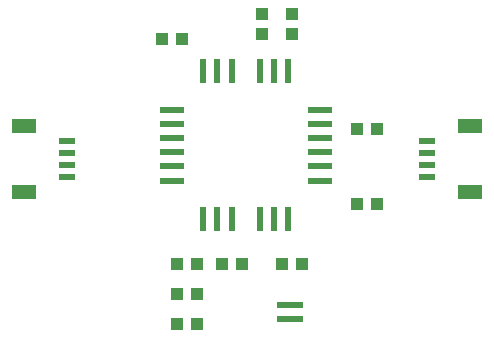
<source format=gtp>
G75*
%MOIN*%
%OFA0B0*%
%FSLAX25Y25*%
%IPPOS*%
%LPD*%
%AMOC8*
5,1,8,0,0,1.08239X$1,22.5*
%
%ADD10R,0.04331X0.03937*%
%ADD11R,0.07874X0.04724*%
%ADD12R,0.05315X0.02362*%
%ADD13R,0.07874X0.02362*%
%ADD14R,0.02362X0.07874*%
%ADD15R,0.03937X0.04331*%
%ADD16R,0.08858X0.01969*%
D10*
X0194987Y0115000D03*
X0201680Y0115000D03*
X0201680Y0125000D03*
X0194987Y0125000D03*
X0194987Y0135000D03*
X0201680Y0135000D03*
X0209987Y0135000D03*
X0216680Y0135000D03*
X0229987Y0135000D03*
X0236680Y0135000D03*
X0254987Y0155000D03*
X0261680Y0155000D03*
X0261680Y0180000D03*
X0254987Y0180000D03*
X0196680Y0210000D03*
X0189987Y0210000D03*
D11*
X0143865Y0181024D03*
X0143865Y0158976D03*
X0292802Y0158976D03*
X0292802Y0181024D03*
D12*
X0278333Y0175906D03*
X0278333Y0171969D03*
X0278333Y0168031D03*
X0278333Y0164094D03*
X0158333Y0164094D03*
X0158333Y0168031D03*
X0158333Y0171969D03*
X0158333Y0175906D03*
D13*
X0193333Y0176969D03*
X0193333Y0181693D03*
X0193333Y0186417D03*
X0193333Y0172244D03*
X0193333Y0167520D03*
X0193333Y0162795D03*
X0242546Y0162795D03*
X0242546Y0167520D03*
X0242546Y0172244D03*
X0242546Y0176969D03*
X0242546Y0181693D03*
X0242546Y0186417D03*
D14*
X0232113Y0199213D03*
X0227388Y0199213D03*
X0222664Y0199213D03*
X0213215Y0199213D03*
X0208491Y0199213D03*
X0203766Y0199213D03*
X0203766Y0150000D03*
X0208491Y0150000D03*
X0213215Y0150000D03*
X0222664Y0150000D03*
X0227388Y0150000D03*
X0232113Y0150000D03*
D15*
X0233333Y0211654D03*
X0233333Y0218346D03*
X0223333Y0218346D03*
X0223333Y0211654D03*
D16*
X0232782Y0121417D03*
X0232782Y0116575D03*
M02*

</source>
